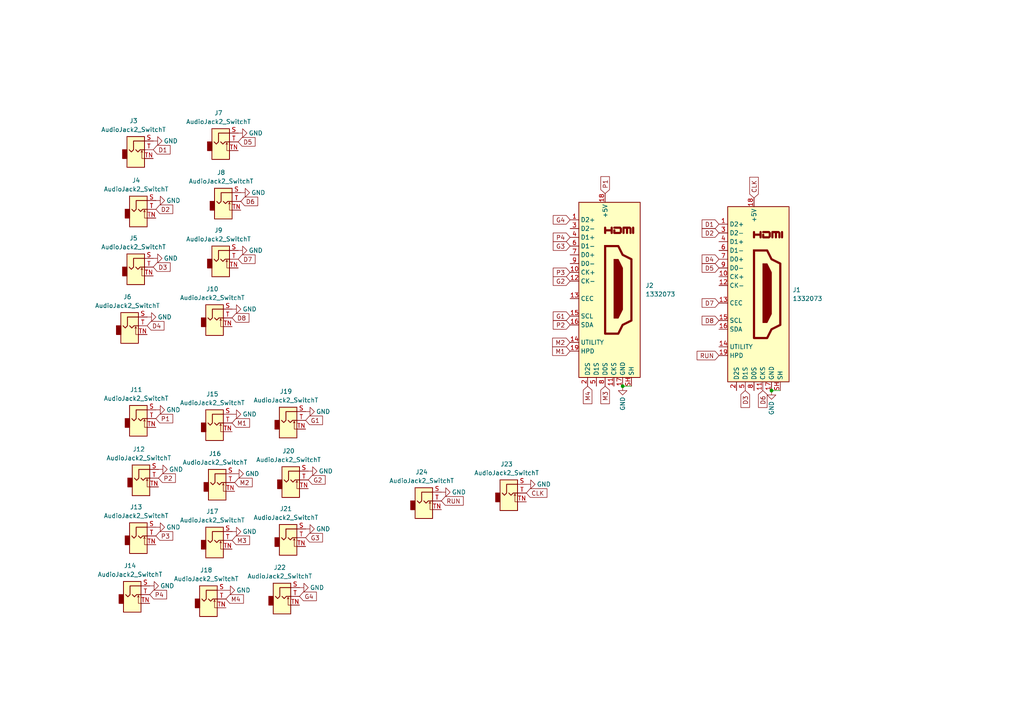
<source format=kicad_sch>
(kicad_sch (version 20230121) (generator eeschema)
  (paper "A4")
  (lib_symbols
    (symbol "Connector:HDMI_A"
      (property "Reference" "J" (at -6.35 26.67 0))
      (property "Value" "HDMI_A" (at 10.16 26.67 0))
      (symbol "HDMI_A_0_0"
        (polyline (pts (xy 8.128 16.51) (xy 8.128 18.034)) (stroke (width 0.635)))
        (polyline (pts (xy 0 16.51) (xy 0 18.034) (xy 0 17.272) (xy 1.905 17.272) (xy 1.905 18.034) (xy 1.905 16.51)) (stroke (width 0.635)))
        (polyline (pts (xy 2.667 18.034) (xy 4.318 18.034) (xy 4.572 17.78) (xy 4.572 16.764) (xy 4.318 16.51) (xy 2.667 16.51) (xy 2.667 17.272)) (stroke (width 0.635)))
      )
      (symbol "HDMI_A_0_1"
        (rectangle (start -7.62 25.4) (end 10.16 -25.4) (stroke (width 0.254)) (fill (type background)))
        (polyline (pts (xy 2.54 8.89) (xy 3.81 8.89) (xy 5.08 6.35) (xy 5.08 -5.715) (xy 3.81 -8.255) (xy 2.54 -8.255) (xy 2.54 8.89)) (fill (type outline)))
        (polyline (pts (xy 5.334 16.51) (xy 5.334 18.034) (xy 6.35 18.034) (xy 6.35 16.51) (xy 6.35 18.034) (xy 7.112 18.034) (xy 7.366 17.78) (xy 7.366 16.51)) (stroke (width 0.635)))
        (polyline (pts (xy 0 12.7) (xy 0 -12.7) (xy 3.81 -12.7) (xy 5.08 -10.16) (xy 7.62 -8.89) (xy 7.62 8.89) (xy 5.08 10.16) (xy 3.81 12.7) (xy 0 12.7)) (stroke (width 0.635)))
      )
      (symbol "HDMI_A_1_1"
        (pin passive line (at -10.16 20.32 0) (length 2.54) (name "D2+") (number "1"))
        (pin passive line (at -10.16 5.08 0) (length 2.54) (name "CK+") (number "10"))
        (pin power_in line (at 2.54 -27.94 90) (length 2.54) (name "CKS") (number "11"))
        (pin passive line (at -10.16 2.54 0) (length 2.54) (name "CK-") (number "12"))
        (pin bidirectional line (at -10.16 -2.54 0) (length 2.54) (name "CEC") (number "13"))
        (pin passive line (at -10.16 -15.24 0) (length 2.54) (name "UTILITY") (number "14"))
        (pin passive line (at -10.16 -7.62 0) (length 2.54) (name "SCL") (number "15"))
        (pin bidirectional line (at -10.16 -10.16 0) (length 2.54) (name "SDA") (number "16"))
        (pin power_in line (at 5.08 -27.94 90) (length 2.54) (name "GND") (number "17"))
        (pin power_in line (at 0 27.94 270) (length 2.54) (name "+5V") (number "18"))
        (pin passive line (at -10.16 -17.78 0) (length 2.54) (name "HPD") (number "19"))
        (pin power_in line (at -5.08 -27.94 90) (length 2.54) (name "D2S") (number "2"))
        (pin passive line (at -10.16 17.78 0) (length 2.54) (name "D2-") (number "3"))
        (pin passive line (at -10.16 15.24 0) (length 2.54) (name "D1+") (number "4"))
        (pin power_in line (at -2.54 -27.94 90) (length 2.54) (name "D1S") (number "5"))
        (pin passive line (at -10.16 12.7 0) (length 2.54) (name "D1-") (number "6"))
        (pin passive line (at -10.16 10.16 0) (length 2.54) (name "D0+") (number "7"))
        (pin power_in line (at 0 -27.94 90) (length 2.54) (name "D0S") (number "8"))
        (pin passive line (at -10.16 7.62 0) (length 2.54) (name "D0-") (number "9"))
        (pin passive line (at 7.62 -27.94 90) (length 2.54) (name "SH") (number "SH"))
      )
    )
    (symbol "Connector_Audio:AudioJack2_SwitchT"
      (property "Reference" "J" (at 0 8.89 0))
      (property "Value" "AudioJack2_SwitchT" (at 0 6.35 0))
      (symbol "AudioJack2_SwitchT_0_1"
        (rectangle (start -2.54 0) (end -3.81 -2.54) (stroke (width 0.254)) (fill (type outline)))
        (polyline (pts (xy 1.778 -0.254) (xy 2.032 -0.762)))
        (polyline (pts (xy 0 0) (xy 0.635 -0.635) (xy 1.27 0) (xy 2.54 0)) (stroke (width 0.254)))
        (polyline (pts (xy 2.54 -2.54) (xy 1.778 -2.54) (xy 1.778 -0.254) (xy 1.524 -0.762)))
        (polyline (pts (xy 2.54 2.54) (xy -0.635 2.54) (xy -0.635 0) (xy -1.27 -0.635) (xy -1.905 0)) (stroke (width 0.254)))
        (rectangle (start 2.54 3.81) (end -2.54 -5.08) (stroke (width 0.254)) (fill (type background)))
      )
      (symbol "AudioJack2_SwitchT_1_1"
        (pin passive line (at 5.08 2.54 180) (length 2.54) (name "~") (number "S"))
        (pin passive line (at 5.08 0 180) (length 2.54) (name "~") (number "T"))
        (pin passive line (at 5.08 -2.54 180) (length 2.54) (name "~") (number "TN"))
      )
    )
    (symbol "power:GND" (power) (pin_names (offset 0))
      (property "Value" "GND" (at 0 -3.81 0))
      (symbol "GND_0_1"
        (polyline (pts (xy 0 0) (xy 0 -1.27) (xy 1.27 -1.27) (xy 0 -2.54) (xy -1.27 -1.27) (xy 0 -1.27)))
      )
      (symbol "GND_1_1"
        (pin power_in line (at 0 0 270) (length 0) hide (name "GND") (number "1"))
      )
    )
  )
  (junction (at 223.774 113.284))
  (junction (at 180.594 112.014))
  (wire (pts (xy 223.774 113.284) (xy 226.314 113.284)))
  (wire (pts (xy 180.594 112.014) (xy 183.134 112.014)))
  (global_label "P3" (shape input) (at 45.212 155.448 0) (property "Intersheetrefs" "${INTERSHEET_REFS}" (effects hide)))
  (global_label "D3" (shape input) (at 216.154 113.284 270) (property "Intersheetrefs" "${INTERSHEET_REFS}" (effects hide)))
  (global_label "D5" (shape input) (at 69.088 41.148 0) (property "Intersheetrefs" "${INTERSHEET_REFS}" (effects hide)))
  (global_label "RUN" (shape input) (at 208.534 103.124 180) (property "Intersheetrefs" "${INTERSHEET_REFS}" (effects hide)))
  (global_label "G4" (shape input) (at 165.354 63.754 180) (property "Intersheetrefs" "${INTERSHEET_REFS}" (effects hide)))
  (global_label "D8" (shape input) (at 208.534 92.964 180) (property "Intersheetrefs" "${INTERSHEET_REFS}" (effects hide)))
  (global_label "D2" (shape input) (at 208.534 67.564 180) (property "Intersheetrefs" "${INTERSHEET_REFS}" (effects hide)))
  (global_label "D3" (shape input) (at 44.45 77.47 0) (property "Intersheetrefs" "${INTERSHEET_REFS}" (effects hide)))
  (global_label "D1" (shape input) (at 208.534 65.024 180) (property "Intersheetrefs" "${INTERSHEET_REFS}" (effects hide)))
  (global_label "D4" (shape input) (at 42.672 94.488 0) (property "Intersheetrefs" "${INTERSHEET_REFS}" (effects hide)))
  (global_label "D6" (shape input) (at 69.85 58.42 0) (property "Intersheetrefs" "${INTERSHEET_REFS}" (effects hide)))
  (global_label "M3" (shape input) (at 175.514 112.014 270) (property "Intersheetrefs" "${INTERSHEET_REFS}" (effects hide)))
  (global_label "M3" (shape input) (at 67.31 156.718 0) (property "Intersheetrefs" "${INTERSHEET_REFS}" (effects hide)))
  (global_label "G2" (shape input) (at 89.408 139.192 0) (property "Intersheetrefs" "${INTERSHEET_REFS}" (effects hide)))
  (global_label "D6" (shape input) (at 221.234 113.284 270) (property "Intersheetrefs" "${INTERSHEET_REFS}" (effects hide)))
  (global_label "CLK" (shape input) (at 152.654 143.002 0) (property "Intersheetrefs" "${INTERSHEET_REFS}" (effects hide)))
  (global_label "RUN" (shape input) (at 128.016 145.288 0) (property "Intersheetrefs" "${INTERSHEET_REFS}" (effects hide)))
  (global_label "D7" (shape input) (at 208.534 87.884 180) (property "Intersheetrefs" "${INTERSHEET_REFS}" (effects hide)))
  (global_label "D4" (shape input) (at 208.534 75.184 180) (property "Intersheetrefs" "${INTERSHEET_REFS}" (effects hide)))
  (global_label "M1" (shape input) (at 67.31 122.682 0) (property "Intersheetrefs" "${INTERSHEET_REFS}" (effects hide)))
  (global_label "P3" (shape input) (at 165.354 78.994 180) (property "Intersheetrefs" "${INTERSHEET_REFS}" (effects hide)))
  (global_label "G2" (shape input) (at 165.354 81.534 180) (property "Intersheetrefs" "${INTERSHEET_REFS}" (effects hide)))
  (global_label "M1" (shape input) (at 165.354 101.854 180) (property "Intersheetrefs" "${INTERSHEET_REFS}" (effects hide)))
  (global_label "P1" (shape input) (at 175.514 56.134 90) (property "Intersheetrefs" "${INTERSHEET_REFS}" (effects hide)))
  (global_label "D5" (shape input) (at 208.534 77.724 180) (property "Intersheetrefs" "${INTERSHEET_REFS}" (effects hide)))
  (global_label "D8" (shape input) (at 67.31 92.202 0) (property "Intersheetrefs" "${INTERSHEET_REFS}" (effects hide)))
  (global_label "M2" (shape input) (at 165.354 99.314 180) (property "Intersheetrefs" "${INTERSHEET_REFS}" (effects hide)))
  (global_label "P2" (shape input) (at 165.354 94.234 180) (property "Intersheetrefs" "${INTERSHEET_REFS}" (effects hide)))
  (global_label "P4" (shape input) (at 165.354 68.834 180) (property "Intersheetrefs" "${INTERSHEET_REFS}" (effects hide)))
  (global_label "G4" (shape input) (at 86.868 172.974 0) (property "Intersheetrefs" "${INTERSHEET_REFS}" (effects hide)))
  (global_label "P1" (shape input) (at 45.212 121.412 0) (property "Intersheetrefs" "${INTERSHEET_REFS}" (effects hide)))
  (global_label "D1" (shape input) (at 44.45 43.434 0) (property "Intersheetrefs" "${INTERSHEET_REFS}" (effects hide)))
  (global_label "G1" (shape input) (at 165.354 91.694 180) (property "Intersheetrefs" "${INTERSHEET_REFS}" (effects hide)))
  (global_label "D2" (shape input) (at 45.212 60.706 0) (property "Intersheetrefs" "${INTERSHEET_REFS}" (effects hide)))
  (global_label "CLK" (shape input) (at 218.694 57.404 90) (property "Intersheetrefs" "${INTERSHEET_REFS}" (effects hide)))
  (global_label "G1" (shape input) (at 88.646 121.92 0) (property "Intersheetrefs" "${INTERSHEET_REFS}" (effects hide)))
  (global_label "M4" (shape input) (at 170.434 112.014 270) (property "Intersheetrefs" "${INTERSHEET_REFS}" (effects hide)))
  (global_label "M4" (shape input) (at 65.532 173.736 0) (property "Intersheetrefs" "${INTERSHEET_REFS}" (effects hide)))
  (global_label "D7" (shape input) (at 69.088 75.184 0) (property "Intersheetrefs" "${INTERSHEET_REFS}" (effects hide)))
  (global_label "G3" (shape input) (at 88.646 155.956 0) (property "Intersheetrefs" "${INTERSHEET_REFS}" (effects hide)))
  (global_label "M2" (shape input) (at 68.072 139.954 0) (property "Intersheetrefs" "${INTERSHEET_REFS}" (effects hide)))
  (global_label "P4" (shape input) (at 43.434 172.466 0) (property "Intersheetrefs" "${INTERSHEET_REFS}" (effects hide)))
  (global_label "G3" (shape input) (at 165.354 71.374 180) (property "Intersheetrefs" "${INTERSHEET_REFS}" (effects hide)))
  (global_label "P2" (shape input) (at 45.974 138.684 0) (property "Intersheetrefs" "${INTERSHEET_REFS}" (effects hide)))
  (symbol (lib_id "Connector_Audio:AudioJack2_SwitchT") (at 83.566 155.956 0) (unit 1)
    (property "Reference" "J21" (at 82.931 147.574 0))
    (property "Value" "AudioJack2_SwitchT" (at 82.931 150.114 0))
    (property "Footprint" "Connector_Audio:Jack_3.5mm_QingPu_WQP-PJ398SM_Vertical_CircularHoles" (effects hide))
  )
  (symbol (lib_id "Connector_Audio:AudioJack2_SwitchT") (at 40.132 60.706 0) (unit 1)
    (property "Reference" "J4" (at 39.497 52.324 0))
    (property "Value" "AudioJack2_SwitchT" (at 39.497 54.864 0))
    (property "Footprint" "Connector_Audio:Jack_3.5mm_QingPu_WQP-PJ398SM_Vertical_CircularHoles" (effects hide))
  )
  (symbol (lib_id "Connector_Audio:AudioJack2_SwitchT") (at 40.132 121.412 0) (unit 1)
    (property "Reference" "J11" (at 39.497 113.03 0))
    (property "Value" "AudioJack2_SwitchT" (at 39.497 115.57 0))
    (property "Footprint" "Connector_Audio:Jack_3.5mm_QingPu_WQP-PJ398SM_Vertical_CircularHoles" (effects hide))
  )
  (symbol (lib_id "power:GND") (at 89.408 136.652 90) (unit 1)
    (property "Reference" "#PWR014" (effects hide))
    (property "Value" "GND" (at 94.488 136.652 90))
  )
  (symbol (lib_id "power:GND") (at 88.646 153.416 90) (unit 1)
    (property "Reference" "#PWR018" (effects hide))
    (property "Value" "GND" (at 93.726 153.416 90))
  )
  (symbol (lib_id "Connector_Audio:AudioJack2_SwitchT") (at 39.37 77.47 0) (unit 1)
    (property "Reference" "J5" (at 38.735 69.088 0))
    (property "Value" "AudioJack2_SwitchT" (at 38.735 71.628 0))
    (property "Footprint" "Connector_Audio:Jack_3.5mm_QingPu_WQP-PJ398SM_Vertical_CircularHoles" (effects hide))
  )
  (symbol (lib_id "Connector_Audio:AudioJack2_SwitchT") (at 37.592 94.488 0) (unit 1)
    (property "Reference" "J6" (at 36.957 86.106 0))
    (property "Value" "AudioJack2_SwitchT" (at 36.957 88.646 0))
    (property "Footprint" "Connector_Audio:Jack_3.5mm_QingPu_WQP-PJ398SM_Vertical_CircularHoles" (effects hide))
  )
  (symbol (lib_id "power:GND") (at 69.088 38.608 90) (unit 1)
    (property "Reference" "#PWR04" (effects hide))
    (property "Value" "GND" (at 74.168 38.608 90))
  )
  (symbol (lib_id "Connector_Audio:AudioJack2_SwitchT") (at 38.354 172.466 0) (unit 1)
    (property "Reference" "J14" (at 37.719 164.084 0))
    (property "Value" "AudioJack2_SwitchT" (at 37.719 166.624 0))
    (property "Footprint" "Connector_Audio:Jack_3.5mm_QingPu_WQP-PJ398SM_Vertical_CircularHoles" (effects hide))
  )
  (symbol (lib_id "power:GND") (at 45.212 58.166 90) (unit 1)
    (property "Reference" "#PWR06" (effects hide))
    (property "Value" "GND" (at 50.292 58.166 90))
  )
  (symbol (lib_id "power:GND") (at 67.31 89.662 90) (unit 1)
    (property "Reference" "#PWR09" (effects hide))
    (property "Value" "GND" (at 72.39 89.662 90))
  )
  (symbol (lib_id "power:GND") (at 88.646 119.38 90) (unit 1)
    (property "Reference" "#PWR013" (effects hide))
    (property "Value" "GND" (at 93.726 119.38 90))
  )
  (symbol (lib_id "power:GND") (at 44.45 74.93 90) (unit 1)
    (property "Reference" "#PWR07" (effects hide))
    (property "Value" "GND" (at 49.53 74.93 90))
  )
  (symbol (lib_id "Connector_Audio:AudioJack2_SwitchT") (at 40.894 138.684 0) (unit 1)
    (property "Reference" "J12" (at 40.259 130.302 0))
    (property "Value" "AudioJack2_SwitchT" (at 40.259 132.842 0))
    (property "Footprint" "Connector_Audio:Jack_3.5mm_QingPu_WQP-PJ398SM_Vertical_CircularHoles" (effects hide))
  )
  (symbol (lib_id "Connector_Audio:AudioJack2_SwitchT") (at 84.328 139.192 0) (unit 1)
    (property "Reference" "J20" (at 83.693 130.81 0))
    (property "Value" "AudioJack2_SwitchT" (at 83.693 133.35 0))
    (property "Footprint" "Connector_Audio:Jack_3.5mm_QingPu_WQP-PJ398SM_Vertical_CircularHoles" (effects hide))
  )
  (symbol (lib_id "power:GND") (at 67.31 154.178 90) (unit 1)
    (property "Reference" "#PWR017" (effects hide))
    (property "Value" "GND" (at 72.39 154.178 90))
  )
  (symbol (lib_id "Connector_Audio:AudioJack2_SwitchT") (at 83.566 121.92 0) (unit 1)
    (property "Reference" "J19" (at 82.931 113.538 0))
    (property "Value" "AudioJack2_SwitchT" (at 82.931 116.078 0))
    (property "Footprint" "Connector_Audio:Jack_3.5mm_QingPu_WQP-PJ398SM_Vertical_CircularHoles" (effects hide))
  )
  (symbol (lib_id "Connector_Audio:AudioJack2_SwitchT") (at 147.574 143.002 0) (unit 1)
    (property "Reference" "J23" (at 146.939 134.62 0))
    (property "Value" "AudioJack2_SwitchT" (at 146.939 137.16 0))
    (property "Footprint" "Connector_Audio:Jack_3.5mm_QingPu_WQP-PJ398SM_Vertical_CircularHoles" (effects hide))
  )
  (symbol (lib_id "power:GND") (at 43.434 169.926 90) (unit 1)
    (property "Reference" "#PWR021" (effects hide))
    (property "Value" "GND" (at 48.514 169.926 90))
  )
  (symbol (lib_id "power:GND") (at 180.594 112.014 0) (unit 1)
    (property "Reference" "#PWR02" (effects hide))
    (property "Value" "GND" (at 180.594 117.094 90))
  )
  (symbol (lib_id "power:GND") (at 128.016 142.748 90) (unit 1)
    (property "Reference" "#PWR022" (effects hide))
    (property "Value" "GND" (at 133.096 142.748 90))
  )
  (symbol (lib_id "Connector_Audio:AudioJack2_SwitchT") (at 64.77 58.42 0) (unit 1)
    (property "Reference" "J8" (at 64.135 50.038 0))
    (property "Value" "AudioJack2_SwitchT" (at 64.135 52.578 0))
    (property "Footprint" "Connector_Audio:Jack_3.5mm_QingPu_WQP-PJ398SM_Vertical_CircularHoles" (effects hide))
  )
  (symbol (lib_id "power:GND") (at 69.85 55.88 90) (unit 1)
    (property "Reference" "#PWR05" (effects hide))
    (property "Value" "GND" (at 74.93 55.88 90))
  )
  (symbol (lib_id "Connector_Audio:AudioJack2_SwitchT") (at 122.936 145.288 0) (unit 1)
    (property "Reference" "J24" (at 122.301 136.906 0))
    (property "Value" "AudioJack2_SwitchT" (at 122.301 139.446 0))
    (property "Footprint" "Connector_Audio:Jack_3.5mm_QingPu_WQP-PJ398SM_Vertical_CircularHoles" (effects hide))
  )
  (symbol (lib_id "Connector_Audio:AudioJack2_SwitchT") (at 62.23 122.682 0) (unit 1)
    (property "Reference" "J15" (at 61.595 114.3 0))
    (property "Value" "AudioJack2_SwitchT" (at 61.595 116.84 0))
    (property "Footprint" "Connector_Audio:Jack_3.5mm_QingPu_WQP-PJ398SM_Vertical_CircularHoles" (effects hide))
  )
  (symbol (lib_id "Connector_Audio:AudioJack2_SwitchT") (at 81.788 172.974 0) (unit 1)
    (property "Reference" "J22" (at 81.153 164.592 0))
    (property "Value" "AudioJack2_SwitchT" (at 81.153 167.132 0))
    (property "Footprint" "Connector_Audio:Jack_3.5mm_QingPu_WQP-PJ398SM_Vertical_CircularHoles" (effects hide))
  )
  (symbol (lib_id "power:GND") (at 69.088 72.644 90) (unit 1)
    (property "Reference" "#PWR08" (effects hide))
    (property "Value" "GND" (at 74.168 72.644 90))
  )
  (symbol (lib_id "power:GND") (at 152.654 140.462 90) (unit 1)
    (property "Reference" "#PWR023" (effects hide))
    (property "Value" "GND" (at 157.734 140.462 90))
  )
  (symbol (lib_id "Connector_Audio:AudioJack2_SwitchT") (at 62.992 139.954 0) (unit 1)
    (property "Reference" "J16" (at 62.357 131.572 0))
    (property "Value" "AudioJack2_SwitchT" (at 62.357 134.112 0))
    (property "Footprint" "Connector_Audio:Jack_3.5mm_QingPu_WQP-PJ398SM_Vertical_CircularHoles" (effects hide))
  )
  (symbol (lib_id "power:GND") (at 45.212 118.872 90) (unit 1)
    (property "Reference" "#PWR011" (effects hide))
    (property "Value" "GND" (at 50.292 118.872 90))
  )
  (symbol (lib_id "Connector:HDMI_A") (at 218.694 85.344 0) (unit 1)
    (property "Reference" "J1" (at 229.87 84.074 0) (effects (justify left)))
    (property "Value" "1332073" (at 229.87 86.614 0) (effects (justify left)))
    (property "Footprint" "footprints:PHOENIX_1332073" (effects hide))
    (property "Datasheet" "https://en.wikipedia.org/wiki/HDMI" (effects hide))
  )
  (symbol (lib_id "power:GND") (at 65.532 171.196 90) (unit 1)
    (property "Reference" "#PWR020" (effects hide))
    (property "Value" "GND" (at 70.612 171.196 90))
  )
  (symbol (lib_id "Connector_Audio:AudioJack2_SwitchT") (at 62.23 156.718 0) (unit 1)
    (property "Reference" "J17" (at 61.595 148.336 0))
    (property "Value" "AudioJack2_SwitchT" (at 61.595 150.876 0))
    (property "Footprint" "Connector_Audio:Jack_3.5mm_QingPu_WQP-PJ398SM_Vertical_CircularHoles" (effects hide))
  )
  (symbol (lib_id "power:GND") (at 223.774 113.284 0) (unit 1)
    (property "Reference" "#PWR01" (effects hide))
    (property "Value" "GND" (at 223.774 118.364 90))
  )
  (symbol (lib_id "power:GND") (at 86.868 170.434 90) (unit 1)
    (property "Reference" "#PWR019" (effects hide))
    (property "Value" "GND" (at 91.948 170.434 90))
  )
  (symbol (lib_id "Connector_Audio:AudioJack2_SwitchT") (at 40.132 155.448 0) (unit 1)
    (property "Reference" "J13" (at 39.497 147.066 0))
    (property "Value" "AudioJack2_SwitchT" (at 39.497 149.606 0))
    (property "Footprint" "Connector_Audio:Jack_3.5mm_QingPu_WQP-PJ398SM_Vertical_CircularHoles" (effects hide))
  )
  (symbol (lib_id "Connector_Audio:AudioJack2_SwitchT") (at 62.23 92.202 0) (unit 1)
    (property "Reference" "J10" (at 61.595 83.82 0))
    (property "Value" "AudioJack2_SwitchT" (at 61.595 86.36 0))
    (property "Footprint" "Connector_Audio:Jack_3.5mm_QingPu_WQP-PJ398SM_Vertical_CircularHoles" (effects hide))
  )
  (symbol (lib_id "Connector:HDMI_A") (at 175.514 84.074 0) (unit 1)
    (property "Reference" "J2" (at 187.198 82.804 0) (effects (justify left)))
    (property "Value" "1332073" (at 187.198 85.344 0) (effects (justify left)))
    (property "Footprint" "footprints:PHOENIX_1332073" (effects hide))
    (property "Datasheet" "https://en.wikipedia.org/wiki/HDMI" (effects hide))
  )
  (symbol (lib_id "Connector_Audio:AudioJack2_SwitchT") (at 60.452 173.736 0) (unit 1)
    (property "Reference" "J18" (at 59.817 165.354 0))
    (property "Value" "AudioJack2_SwitchT" (at 59.817 167.894 0))
    (property "Footprint" "Connector_Audio:Jack_3.5mm_QingPu_WQP-PJ398SM_Vertical_CircularHoles" (effects hide))
  )
  (symbol (lib_id "Connector_Audio:AudioJack2_SwitchT") (at 64.008 41.148 0) (unit 1)
    (property "Reference" "J7" (at 63.373 32.766 0))
    (property "Value" "AudioJack2_SwitchT" (at 63.373 35.306 0))
    (property "Footprint" "Connector_Audio:Jack_3.5mm_QingPu_WQP-PJ398SM_Vertical_CircularHoles" (effects hide))
  )
  (symbol (lib_id "Connector_Audio:AudioJack2_SwitchT") (at 64.008 75.184 0) (unit 1)
    (property "Reference" "J9" (at 63.373 66.802 0))
    (property "Value" "AudioJack2_SwitchT" (at 63.373 69.342 0))
    (property "Footprint" "Connector_Audio:Jack_3.5mm_QingPu_WQP-PJ398SM_Vertical_CircularHoles" (effects hide))
  )
  (symbol (lib_id "Connector_Audio:AudioJack2_SwitchT") (at 39.37 43.434 0) (unit 1)
    (property "Reference" "J3" (at 38.735 35.052 0))
    (property "Value" "AudioJack2_SwitchT" (at 38.735 37.592 0))
    (property "Footprint" "Connector_Audio:Jack_3.5mm_QingPu_WQP-PJ398SM_Vertical_CircularHoles" (effects hide))
  )
  (symbol (lib_id "power:GND") (at 44.45 40.894 90) (unit 1)
    (property "Reference" "#PWR03" (effects hide))
    (property "Value" "GND" (at 49.53 40.894 90))
  )
  (symbol (lib_id "power:GND") (at 42.672 91.948 90) (unit 1)
    (property "Reference" "#PWR010" (effects hide))
    (property "Value" "GND" (at 47.752 91.948 90))
  )
  (symbol (lib_id "power:GND") (at 45.212 152.908 90) (unit 1)
    (property "Reference" "#PWR016" (effects hide))
    (property "Value" "GND" (at 50.292 152.908 90))
  )
  (symbol (lib_id "power:GND") (at 68.072 137.414 90) (unit 1)
    (property "Reference" "#PWR015" (effects hide))
    (property "Value" "GND" (at 73.152 137.414 90))
  )
  (symbol (lib_id "power:GND") (at 67.31 120.142 90) (unit 1)
    (property "Reference" "#PWR012" (effects hide))
    (property "Value" "GND" (at 72.39 120.142 90))
  )
  (symbol (lib_id "power:GND") (at 45.974 136.144 90) (unit 1)
    (property "Reference" "#PWR024" (effects hide))
    (property "Value" "GND" (at 51.054 136.144 90))
  )
)
</source>
